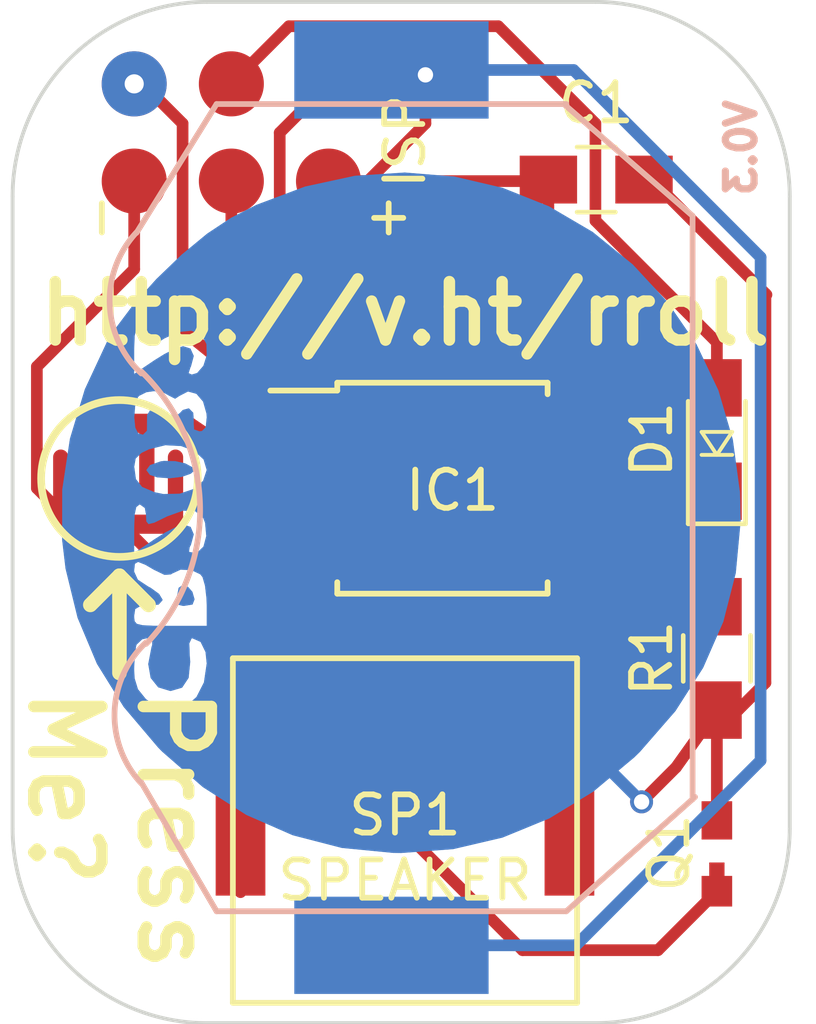
<source format=kicad_pcb>
(kicad_pcb (version 4) (host pcbnew 4.0.7)

  (general
    (links 21)
    (no_connects 2)
    (area 206.578999 86.817999 226.999001 113.588001)
    (thickness 1.6)
    (drawings 16)
    (tracks 82)
    (zones 0)
    (modules 10)
    (nets 10)
  )

  (page USLetter)
  (layers
    (0 F.Cu signal)
    (31 B.Cu signal)
    (32 B.Adhes user)
    (33 F.Adhes user)
    (34 B.Paste user)
    (35 F.Paste user)
    (36 B.SilkS user)
    (37 F.SilkS user)
    (38 B.Mask user)
    (39 F.Mask user)
    (40 Dwgs.User user)
    (41 Cmts.User user)
    (42 Eco1.User user)
    (43 Eco2.User user)
    (44 Edge.Cuts user)
    (45 Margin user)
    (46 B.CrtYd user)
    (47 F.CrtYd user)
    (48 B.Fab user)
    (49 F.Fab user)
  )

  (setup
    (last_trace_width 0.3048)
    (user_trace_width 0.254)
    (user_trace_width 0.3048)
    (user_trace_width 0.4064)
    (user_trace_width 0.6096)
    (trace_clearance 0.2)
    (zone_clearance 0.508)
    (zone_45_only no)
    (trace_min 0.2)
    (segment_width 0.381)
    (edge_width 0.1)
    (via_size 0.6)
    (via_drill 0.4)
    (via_min_size 0.4)
    (via_min_drill 0.3)
    (uvia_size 0.3)
    (uvia_drill 0.1)
    (uvias_allowed no)
    (uvia_min_size 0.2)
    (uvia_min_drill 0.1)
    (pcb_text_width 0.3)
    (pcb_text_size 1.27 1.27)
    (mod_edge_width 0.15)
    (mod_text_size 1.016 1.016)
    (mod_text_width 0.127)
    (pad_size 1.7 1.7)
    (pad_drill 0.5)
    (pad_to_mask_clearance 0)
    (aux_axis_origin 111.76 109.855)
    (grid_origin 0.889 0.508)
    (visible_elements 7FFFFBFF)
    (pcbplotparams
      (layerselection 0x010f0_80000001)
      (usegerberextensions true)
      (excludeedgelayer true)
      (linewidth 0.100000)
      (plotframeref false)
      (viasonmask false)
      (mode 1)
      (useauxorigin false)
      (hpglpennumber 1)
      (hpglpenspeed 20)
      (hpglpendiameter 15)
      (hpglpenoverlay 2)
      (psnegative false)
      (psa4output false)
      (plotreference true)
      (plotvalue true)
      (plotinvisibletext false)
      (padsonsilk false)
      (subtractmaskfromsilk false)
      (outputformat 1)
      (mirror false)
      (drillshape 0)
      (scaleselection 1)
      (outputdirectory gerbers/))
  )

  (net 0 "")
  (net 1 GND)
  (net 2 +BATT)
  (net 3 "Net-(IC1-Pad2)")
  (net 4 "Net-(CON1-Pad5)")
  (net 5 "Net-(CON1-Pad4)")
  (net 6 "Net-(CON1-Pad1)")
  (net 7 "Net-(CON1-Pad3)")
  (net 8 "Net-(D1-Pad1)")
  (net 9 "Net-(IC1-Pad3)")

  (net_class Default "This is the default net class."
    (clearance 0.2)
    (trace_width 0.25)
    (via_dia 0.6)
    (via_drill 0.4)
    (uvia_dia 0.3)
    (uvia_drill 0.1)
    (add_net +BATT)
    (add_net GND)
    (add_net "Net-(CON1-Pad1)")
    (add_net "Net-(CON1-Pad3)")
    (add_net "Net-(CON1-Pad4)")
    (add_net "Net-(CON1-Pad5)")
    (add_net "Net-(D1-Pad1)")
    (add_net "Net-(IC1-Pad2)")
    (add_net "Net-(IC1-Pad3)")
  )

  (module myFootPrints:SW_SMD_TOUCH (layer F.Cu) (tedit 5A9F829B) (tstamp 5A94E024)
    (at 209.389 98.508 180)
    (path /5A7D01B3)
    (fp_text reference J1 (at 0.127 4.572 180) (layer F.SilkS) hide
      (effects (font (size 1.016 1.016) (thickness 0.2032)))
    )
    (fp_text value JMP (at 0.254 -4.572 180) (layer F.SilkS) hide
      (effects (font (size 1.016 1.016) (thickness 0.254)))
    )
    (fp_line (start -0.75 -1.25) (end -0.75 0.5) (layer F.Cu) (width 0.4))
    (fp_line (start 1.5 -2) (end 1.5 -0.25) (layer F.Cu) (width 0.4))
    (fp_line (start 0.75 0.5) (end 0.75 -1.25) (layer F.Cu) (width 0.4))
    (fp_line (start 0 -2) (end 0 -0.25) (layer F.Cu) (width 0.4))
    (fp_line (start -1.5 -2) (end -1.5 -0.25) (layer F.Cu) (width 0.4))
    (pad 1 smd rect (at 0 -2 180) (size 3 0.5) (layers F.Cu F.Paste F.Mask)
      (net 1 GND))
    (pad 2 smd rect (at 0 0.635 180) (size 1.8 0.5) (layers F.Cu F.Paste F.Mask)
      (net 3 "Net-(IC1-Pad2)"))
    (pad 3 smd circle (at 0 -0.75 180) (size 3.5 3.5) (layers F.Paste F.Mask))
  )

  (module Opto-Devices:PhotoDiode_SMD-DIL2_4.5x4 (layer F.Cu) (tedit 5A9E0CC7) (tstamp 5A9E0C7B)
    (at 225.044 109.093 90)
    (descr "PhotoDiode, plastic SMD DIL, 4.5x4mm²")
    (tags "PhotoDiode plastic SMD DIL")
    (path /553F0F1B)
    (attr smd)
    (fp_text reference Q1 (at 0 -1.25 90) (layer F.SilkS)
      (effects (font (size 1 1) (thickness 0.15)))
    )
    (fp_text value LIGHT (at 0 1 90) (layer F.Fab)
      (effects (font (size 1 1) (thickness 0.15)))
    )
    (pad 2 smd rect (at 0.85 0 270) (size 1 0.8) (layers F.Cu F.Paste F.Mask)
      (net 1 GND))
    (pad 1 smd rect (at -1 0 270) (size 0.8 0.8) (layers F.Cu F.Paste F.Mask)
      (net 9 "Net-(IC1-Pad3)"))
    (pad 1 smd rect (at -0.45 0 270) (size 0.4 0.4) (layers F.Cu F.Paste F.Mask)
      (net 9 "Net-(IC1-Pad3)"))
  )

  (module LEDs:LED_0805_HandSoldering (layer F.Cu) (tedit 5A9E0B35) (tstamp 5A94E010)
    (at 225.044 98.298 90)
    (descr "Resistor SMD 0805, hand soldering")
    (tags "resistor 0805")
    (path /561BE7BF)
    (attr smd)
    (fp_text reference D1 (at 0 -1.7 90) (layer F.SilkS)
      (effects (font (size 1 1) (thickness 0.15)))
    )
    (fp_text value LED (at 0 1.75 90) (layer F.Fab)
      (effects (font (size 1 1) (thickness 0.15)))
    )
    (fp_line (start -0.4 -0.4) (end -0.4 0.4) (layer F.SilkS) (width 0.1))
    (fp_line (start -0.4 0) (end 0.2 -0.4) (layer F.SilkS) (width 0.1))
    (fp_line (start 0.2 0.4) (end -0.4 0) (layer F.SilkS) (width 0.1))
    (fp_line (start 0.2 -0.4) (end 0.2 0.4) (layer F.SilkS) (width 0.1))
    (fp_line (start -1 0.62) (end -1 -0.62) (layer F.Fab) (width 0.1))
    (fp_line (start 1 0.62) (end -1 0.62) (layer F.Fab) (width 0.1))
    (fp_line (start 1 -0.62) (end 1 0.62) (layer F.Fab) (width 0.1))
    (fp_line (start -1 -0.62) (end 1 -0.62) (layer F.Fab) (width 0.1))
    (fp_line (start 1 0.75) (end -2.2 0.75) (layer F.SilkS) (width 0.12))
    (fp_line (start -2.2 -0.75) (end 1 -0.75) (layer F.SilkS) (width 0.12))
    (fp_line (start -2.35 -0.9) (end 2.35 -0.9) (layer F.CrtYd) (width 0.05))
    (fp_line (start -2.35 -0.9) (end -2.35 0.9) (layer F.CrtYd) (width 0.05))
    (fp_line (start 2.35 0.9) (end 2.35 -0.9) (layer F.CrtYd) (width 0.05))
    (fp_line (start 2.35 0.9) (end -2.35 0.9) (layer F.CrtYd) (width 0.05))
    (fp_line (start -2.2 -0.75) (end -2.2 0.75) (layer F.SilkS) (width 0.12))
    (pad 1 smd rect (at -1.35 0 90) (size 1.5 1.3) (layers F.Cu F.Paste F.Mask)
      (net 8 "Net-(D1-Pad1)"))
    (pad 2 smd rect (at 1.35 0 90) (size 1.5 1.3) (layers F.Cu F.Paste F.Mask)
      (net 7 "Net-(CON1-Pad3)"))
    (model ${KISYS3DMOD}/LEDs.3dshapes/LED_0805.wrl
      (at (xyz 0 0 0))
      (scale (xyz 1 1 1))
      (rotate (xyz 0 0 0))
    )
  )

  (module footprints:Pin_Header_Straight_2x03_Pitch2.54mm (layer F.Cu) (tedit 5A9E09B6) (tstamp 5A7BED43)
    (at 214.889 89.008 270)
    (descr "Through hole straight pin header, 2x03, 2.54mm pitch, double rows")
    (tags "Through hole pin header THT 2x03 2.54mm double row")
    (path /561A9A26)
    (fp_text reference CON1 (at 1.2 2.5 360) (layer F.SilkS) hide
      (effects (font (size 1 1) (thickness 0.15)))
    )
    (fp_text value ISP (at 1.5 -2 270) (layer F.SilkS)
      (effects (font (size 1 1) (thickness 0.15)))
    )
    (fp_text user - (at 3.5 6 270) (layer F.SilkS)
      (effects (font (size 1 1) (thickness 0.15)))
    )
    (fp_text user + (at 3.5 -1.5 270) (layer F.SilkS)
      (effects (font (size 1 1) (thickness 0.15)))
    )
    (fp_line (start 0 -1.27) (end 3.81 -1.27) (layer F.Fab) (width 0.1))
    (fp_line (start 3.81 -1.27) (end 3.81 6.35) (layer F.Fab) (width 0.1))
    (fp_line (start 3.81 6.35) (end -1.27 6.35) (layer F.Fab) (width 0.1))
    (fp_line (start -1.27 6.35) (end -1.27 0) (layer F.Fab) (width 0.1))
    (fp_line (start -1.27 0) (end 0 -1.27) (layer F.Fab) (width 0.1))
    (fp_line (start -1.8 -1.8) (end -1.8 6.85) (layer F.CrtYd) (width 0.05))
    (fp_line (start -1.8 6.85) (end 4.35 6.85) (layer F.CrtYd) (width 0.05))
    (fp_line (start 4.35 6.85) (end 4.35 -1.8) (layer F.CrtYd) (width 0.05))
    (fp_line (start 4.35 -1.8) (end -1.8 -1.8) (layer F.CrtYd) (width 0.05))
    (fp_text user %R (at 1.27 2.54 360) (layer F.Fab)
      (effects (font (size 1 1) (thickness 0.15)))
    )
    (pad 1 smd circle (at 0 0 270) (size 1.7 1.7) (layers F.Cu F.Paste F.Mask)
      (net 6 "Net-(CON1-Pad1)"))
    (pad 2 smd oval (at 2.54 0 270) (size 1.7 1.7) (layers F.Cu F.Paste F.Mask)
      (net 2 +BATT))
    (pad 3 smd oval (at 0 2.54 270) (size 1.7 1.7) (layers F.Cu F.Paste F.Mask)
      (net 7 "Net-(CON1-Pad3)"))
    (pad 4 smd oval (at 2.54 2.54 270) (size 1.7 1.7) (layers F.Cu F.Paste F.Mask)
      (net 5 "Net-(CON1-Pad4)"))
    (pad 5 thru_hole oval (at 0 5.08 270) (size 1.7 1.7) (drill 0.5) (layers *.Cu F.Mask)
      (net 4 "Net-(CON1-Pad5)"))
    (pad 6 smd oval (at 2.54 5.08 270) (size 1.7 1.7) (layers F.Cu F.Paste F.Mask)
      (net 1 GND))
  )

  (module myFootPrints:CR2032 (layer B.Cu) (tedit 5A7D35AF) (tstamp 5A7D316B)
    (at 216.789 100.203 90)
    (fp_text reference G*** (at 0 0 90) (layer B.SilkS) hide
      (effects (font (thickness 0.3)) (justify mirror))
    )
    (fp_text value LOGO (at 0.75 0 90) (layer B.SilkS) hide
      (effects (font (thickness 0.3)) (justify mirror))
    )
    (fp_poly (pts (xy 0.529166 8.85382) (xy 1.902863 8.668668) (xy 3.189751 8.290481) (xy 4.389287 7.719517)
      (xy 5.500925 6.956031) (xy 6.475379 6.052302) (xy 7.325326 5.003216) (xy 7.992626 3.863128)
      (xy 8.474981 2.651835) (xy 8.770094 1.389133) (xy 8.875666 0.094819) (xy 8.789403 -1.21131)
      (xy 8.509005 -2.509456) (xy 8.032176 -3.779824) (xy 7.693492 -4.445) (xy 7.280236 -5.06961)
      (xy 6.729544 -5.738337) (xy 6.092852 -6.399745) (xy 5.421595 -7.002396) (xy 4.76721 -7.494857)
      (xy 4.445 -7.693492) (xy 3.216806 -8.266893) (xy 1.926009 -8.656477) (xy 0.604921 -8.856352)
      (xy -0.714143 -8.860622) (xy -1.46432 -8.771353) (xy -2.748351 -8.456619) (xy -3.949489 -7.951323)
      (xy -5.075532 -7.25134) (xy -6.134279 -6.352546) (xy -6.244167 -6.244166) (xy -6.475204 -5.978728)
      (xy -5.175279 -5.978728) (xy -5.107571 -6.345006) (xy -4.876475 -6.675641) (xy -4.614935 -6.886051)
      (xy -4.32907 -6.973364) (xy -4.091381 -6.985) (xy -3.761701 -6.971203) (xy -3.504265 -6.936604)
      (xy -3.44824 -6.92076) (xy -3.308629 -6.773847) (xy -3.280834 -6.649045) (xy -3.316879 -6.504657)
      (xy -3.463358 -6.506603) (xy -3.518959 -6.524675) (xy -3.958635 -6.609239) (xy -4.317933 -6.546262)
      (xy -4.562129 -6.35105) (xy -4.656499 -6.038904) (xy -4.656667 -6.023264) (xy -4.570976 -5.729661)
      (xy -4.316968 -5.560607) (xy -3.899244 -5.518577) (xy -3.741587 -5.531232) (xy -3.41795 -5.542901)
      (xy -3.285239 -5.481924) (xy -3.280834 -5.458583) (xy -3.376041 -5.242161) (xy -3.642846 -5.111708)
      (xy -3.942256 -5.08) (xy -2.963334 -5.08) (xy -2.963334 -6.0325) (xy -2.961227 -6.483396)
      (xy -2.947364 -6.763358) (xy -2.91043 -6.913117) (xy -2.839111 -6.973405) (xy -2.722092 -6.984953)
      (xy -2.69875 -6.985) (xy -2.519824 -6.957324) (xy -2.446574 -6.832785) (xy -2.434167 -6.614583)
      (xy -2.400378 -6.341818) (xy -2.291588 -6.245154) (xy -2.273705 -6.244166) (xy -2.128686 -6.331673)
      (xy -1.970651 -6.548573) (xy -1.936603 -6.614583) (xy -1.757234 -6.887506) (xy -1.548427 -6.983668)
      (xy -1.514982 -6.985) (xy -1.063957 -6.985) (xy -0.426146 -6.985) (xy -0.056506 -6.972903)
      (xy 0.14235 -6.93) (xy 0.210271 -6.846373) (xy 0.211666 -6.82625) (xy 0.119665 -6.698571)
      (xy -0.052917 -6.6675) (xy -0.229629 -6.659108) (xy -0.297803 -6.603873) (xy -0.261116 -6.456703)
      (xy -0.142639 -6.212476) (xy 0.477678 -6.212476) (xy 0.525814 -6.448392) (xy 0.66459 -6.776342)
      (xy 0.872447 -6.93924) (xy 1.196025 -6.983379) (xy 1.411645 -6.945626) (xy 1.559933 -6.792837)
      (xy 1.581063 -6.749003) (xy 2.027688 -6.749003) (xy 2.06375 -6.879166) (xy 2.214553 -6.955707)
      (xy 2.480732 -6.982151) (xy 2.772488 -6.96043) (xy 3.000026 -6.892475) (xy 3.048 -6.858)
      (xy 3.145794 -6.660098) (xy 3.175 -6.455833) (xy 3.128797 -6.197741) (xy 3.048 -6.053666)
      (xy 2.975493 -5.909649) (xy 3.048 -5.799666) (xy 3.164186 -5.573416) (xy 3.13732 -5.475306)
      (xy 3.598333 -5.475306) (xy 3.638892 -5.562149) (xy 3.792566 -5.512406) (xy 3.818269 -5.498907)
      (xy 4.088777 -5.426417) (xy 4.278294 -5.511678) (xy 4.339166 -5.701043) (xy 4.282309 -5.894964)
      (xy 4.134966 -6.188075) (xy 3.975906 -6.445198) (xy 3.612647 -6.985) (xy 4.24049 -6.985)
      (xy 4.606846 -6.97256) (xy 4.802523 -6.928518) (xy 4.867413 -6.842786) (xy 4.868333 -6.82625)
      (xy 4.776332 -6.698571) (xy 4.60375 -6.6675) (xy 4.40812 -6.64607) (xy 4.355891 -6.556556)
      (xy 4.44286 -6.361119) (xy 4.550833 -6.19125) (xy 4.717492 -5.829442) (xy 4.752629 -5.484523)
      (xy 4.650518 -5.223068) (xy 4.635499 -5.206999) (xy 4.399589 -5.086128) (xy 4.107433 -5.078958)
      (xy 3.830691 -5.166954) (xy 3.64102 -5.331577) (xy 3.598333 -5.475306) (xy 3.13732 -5.475306)
      (xy 3.103544 -5.351965) (xy 2.897911 -5.175618) (xy 2.579125 -5.084681) (xy 2.479523 -5.08)
      (xy 2.224608 -5.106651) (xy 2.124817 -5.205403) (xy 2.116666 -5.27699) (xy 2.166606 -5.419176)
      (xy 2.349542 -5.429298) (xy 2.368844 -5.425774) (xy 2.60296 -5.439404) (xy 2.717374 -5.551861)
      (xy 2.674298 -5.70913) (xy 2.609085 -5.769181) (xy 2.449488 -5.961509) (xy 2.49754 -6.141002)
      (xy 2.609267 -6.225806) (xy 2.738823 -6.376379) (xy 2.706165 -6.535463) (xy 2.547586 -6.638091)
      (xy 2.377407 -6.640862) (xy 2.132137 -6.643492) (xy 2.027688 -6.749003) (xy 1.581063 -6.749003)
      (xy 1.656188 -6.59316) (xy 1.76144 -6.166758) (xy 1.740146 -5.754071) (xy 1.609668 -5.403309)
      (xy 1.387367 -5.162685) (xy 1.11125 -5.08) (xy 0.824949 -5.174719) (xy 0.610264 -5.426957)
      (xy 0.48768 -5.788835) (xy 0.477678 -6.212476) (xy -0.142639 -6.212476) (xy -0.123248 -6.172506)
      (xy -0.097435 -6.121869) (xy 0.052257 -5.70575) (xy 0.038469 -5.38306) (xy -0.135298 -5.17451)
      (xy -0.266196 -5.123055) (xy -0.61414 -5.091501) (xy -0.892669 -5.166099) (xy -1.045177 -5.326829)
      (xy -1.058334 -5.403239) (xy -1.031735 -5.549179) (xy -0.91293 -5.536367) (xy -0.838397 -5.498907)
      (xy -0.570438 -5.426829) (xy -0.379485 -5.50678) (xy -0.3175 -5.686632) (xy -0.374158 -5.871061)
      (xy -0.521387 -6.158521) (xy -0.690729 -6.430787) (xy -1.063957 -6.985) (xy -1.514982 -6.985)
      (xy -1.336362 -6.964922) (xy -1.285966 -6.878521) (xy -1.361827 -6.686545) (xy -1.4891 -6.468162)
      (xy -1.624568 -6.18825) (xy -1.613142 -6.019805) (xy -1.594538 -5.997203) (xy -1.48965 -5.769405)
      (xy -1.498973 -5.486214) (xy -1.610833 -5.250286) (xy -1.686376 -5.189556) (xy -1.910482 -5.125032)
      (xy -2.246813 -5.085665) (xy -2.42721 -5.08) (xy -2.963334 -5.08) (xy -3.942256 -5.08)
      (xy -4.436955 -5.152881) (xy -4.820403 -5.349244) (xy -5.073034 -5.635667) (xy -5.175279 -5.978728)
      (xy -6.475204 -5.978728) (xy -7.167243 -5.183646) (xy -7.894615 -4.04542) (xy -8.424655 -2.833331)
      (xy -8.755735 -1.551224) (xy -8.886228 -0.202944) (xy -8.888402 0) (xy -8.787446 1.357657)
      (xy -8.485663 2.649703) (xy -7.984683 3.872294) (xy -7.286131 5.021587) (xy -6.391638 6.093737)
      (xy -6.244167 6.244167) (xy -5.184393 7.16806) (xy -4.052135 7.893562) (xy -2.849561 8.419839)
      (xy -1.578839 8.746055) (xy -0.242137 8.871374) (xy 0.529166 8.85382)) (layer B.Cu) (width 0.01))
    (fp_poly (pts (xy -2.072406 -5.461739) (xy -1.944793 -5.57438) (xy -1.905203 -5.723596) (xy -1.971712 -5.816965)
      (xy -2.002178 -5.820833) (xy -2.17954 -5.855743) (xy -2.266761 -5.885072) (xy -2.392527 -5.881477)
      (xy -2.433633 -5.712048) (xy -2.434167 -5.673406) (xy -2.399641 -5.457224) (xy -2.267177 -5.405672)
      (xy -2.072406 -5.461739)) (layer B.Cu) (width 0.01))
    (fp_poly (pts (xy 1.182838 -5.467806) (xy 1.278343 -5.643354) (xy 1.338216 -5.908497) (xy 1.343637 -6.202206)
      (xy 1.331418 -6.288984) (xy 1.235698 -6.56246) (xy 1.108309 -6.657847) (xy 0.986364 -6.567225)
      (xy 0.921591 -6.376458) (xy 0.898484 -6.057888) (xy 0.934589 -5.738679) (xy 1.016466 -5.503088)
      (xy 1.070519 -5.442884) (xy 1.182838 -5.467806)) (layer B.Cu) (width 0.01))
    (fp_poly (pts (xy 0.529166 8.85382) (xy 1.902863 8.668668) (xy 3.189751 8.290481) (xy 4.389287 7.719517)
      (xy 5.500925 6.956031) (xy 6.475379 6.052302) (xy 7.325326 5.003216) (xy 7.992626 3.863128)
      (xy 8.474981 2.651835) (xy 8.770094 1.389133) (xy 8.875666 0.094819) (xy 8.789403 -1.21131)
      (xy 8.509005 -2.509456) (xy 8.032176 -3.779824) (xy 7.693492 -4.445) (xy 7.280236 -5.06961)
      (xy 6.729544 -5.738337) (xy 6.092852 -6.399745) (xy 5.421595 -7.002396) (xy 4.76721 -7.494857)
      (xy 4.445 -7.693492) (xy 3.216806 -8.266893) (xy 1.926009 -8.656477) (xy 0.604921 -8.856352)
      (xy -0.714143 -8.860622) (xy -1.46432 -8.771353) (xy -2.748351 -8.456619) (xy -3.949489 -7.951323)
      (xy -5.075532 -7.25134) (xy -6.134279 -6.352546) (xy -6.244167 -6.244166) (xy -6.475204 -5.978728)
      (xy -5.175279 -5.978728) (xy -5.107571 -6.345006) (xy -4.876475 -6.675641) (xy -4.614935 -6.886051)
      (xy -4.32907 -6.973364) (xy -4.091381 -6.985) (xy -3.761701 -6.971203) (xy -3.504265 -6.936604)
      (xy -3.44824 -6.92076) (xy -3.308629 -6.773847) (xy -3.280834 -6.649045) (xy -3.316879 -6.504657)
      (xy -3.463358 -6.506603) (xy -3.518959 -6.524675) (xy -3.958635 -6.609239) (xy -4.317933 -6.546262)
      (xy -4.562129 -6.35105) (xy -4.656499 -6.038904) (xy -4.656667 -6.023264) (xy -4.570976 -5.729661)
      (xy -4.316968 -5.560607) (xy -3.899244 -5.518577) (xy -3.741587 -5.531232) (xy -3.41795 -5.542901)
      (xy -3.285239 -5.481924) (xy -3.280834 -5.458583) (xy -3.376041 -5.242161) (xy -3.642846 -5.111708)
      (xy -3.942256 -5.08) (xy -2.963334 -5.08) (xy -2.963334 -6.0325) (xy -2.961227 -6.483396)
      (xy -2.947364 -6.763358) (xy -2.91043 -6.913117) (xy -2.839111 -6.973405) (xy -2.722092 -6.984953)
      (xy -2.69875 -6.985) (xy -2.519824 -6.957324) (xy -2.446574 -6.832785) (xy -2.434167 -6.614583)
      (xy -2.400378 -6.341818) (xy -2.291588 -6.245154) (xy -2.273705 -6.244166) (xy -2.128686 -6.331673)
      (xy -1.970651 -6.548573) (xy -1.936603 -6.614583) (xy -1.757234 -6.887506) (xy -1.548427 -6.983668)
      (xy -1.514982 -6.985) (xy -1.063957 -6.985) (xy -0.426146 -6.985) (xy -0.056506 -6.972903)
      (xy 0.14235 -6.93) (xy 0.210271 -6.846373) (xy 0.211666 -6.82625) (xy 0.119665 -6.698571)
      (xy -0.052917 -6.6675) (xy -0.229629 -6.659108) (xy -0.297803 -6.603873) (xy -0.261116 -6.456703)
      (xy -0.142639 -6.212476) (xy 0.477678 -6.212476) (xy 0.525814 -6.448392) (xy 0.66459 -6.776342)
      (xy 0.872447 -6.93924) (xy 1.196025 -6.983379) (xy 1.411645 -6.945626) (xy 1.559933 -6.792837)
      (xy 1.581063 -6.749003) (xy 2.027688 -6.749003) (xy 2.06375 -6.879166) (xy 2.214553 -6.955707)
      (xy 2.480732 -6.982151) (xy 2.772488 -6.96043) (xy 3.000026 -6.892475) (xy 3.048 -6.858)
      (xy 3.145794 -6.660098) (xy 3.175 -6.455833) (xy 3.128797 -6.197741) (xy 3.048 -6.053666)
      (xy 2.975493 -5.909649) (xy 3.048 -5.799666) (xy 3.164186 -5.573416) (xy 3.13732 -5.475306)
      (xy 3.598333 -5.475306) (xy 3.638892 -5.562149) (xy 3.792566 -5.512406) (xy 3.818269 -5.498907)
      (xy 4.088777 -5.426417) (xy 4.278294 -5.511678) (xy 4.339166 -5.701043) (xy 4.282309 -5.894964)
      (xy 4.134966 -6.188075) (xy 3.975906 -6.445198) (xy 3.612647 -6.985) (xy 4.24049 -6.985)
      (xy 4.606846 -6.97256) (xy 4.802523 -6.928518) (xy 4.867413 -6.842786) (xy 4.868333 -6.82625)
      (xy 4.776332 -6.698571) (xy 4.60375 -6.6675) (xy 4.40812 -6.64607) (xy 4.355891 -6.556556)
      (xy 4.44286 -6.361119) (xy 4.550833 -6.19125) (xy 4.717492 -5.829442) (xy 4.752629 -5.484523)
      (xy 4.650518 -5.223068) (xy 4.635499 -5.206999) (xy 4.399589 -5.086128) (xy 4.107433 -5.078958)
      (xy 3.830691 -5.166954) (xy 3.64102 -5.331577) (xy 3.598333 -5.475306) (xy 3.13732 -5.475306)
      (xy 3.103544 -5.351965) (xy 2.897911 -5.175618) (xy 2.579125 -5.084681) (xy 2.479523 -5.08)
      (xy 2.224608 -5.106651) (xy 2.124817 -5.205403) (xy 2.116666 -5.27699) (xy 2.166606 -5.419176)
      (xy 2.349542 -5.429298) (xy 2.368844 -5.425774) (xy 2.60296 -5.439404) (xy 2.717374 -5.551861)
      (xy 2.674298 -5.70913) (xy 2.609085 -5.769181) (xy 2.449488 -5.961509) (xy 2.49754 -6.141002)
      (xy 2.609267 -6.225806) (xy 2.738823 -6.376379) (xy 2.706165 -6.535463) (xy 2.547586 -6.638091)
      (xy 2.377407 -6.640862) (xy 2.132137 -6.643492) (xy 2.027688 -6.749003) (xy 1.581063 -6.749003)
      (xy 1.656188 -6.59316) (xy 1.76144 -6.166758) (xy 1.740146 -5.754071) (xy 1.609668 -5.403309)
      (xy 1.387367 -5.162685) (xy 1.11125 -5.08) (xy 0.824949 -5.174719) (xy 0.610264 -5.426957)
      (xy 0.48768 -5.788835) (xy 0.477678 -6.212476) (xy -0.142639 -6.212476) (xy -0.123248 -6.172506)
      (xy -0.097435 -6.121869) (xy 0.052257 -5.70575) (xy 0.038469 -5.38306) (xy -0.135298 -5.17451)
      (xy -0.266196 -5.123055) (xy -0.61414 -5.091501) (xy -0.892669 -5.166099) (xy -1.045177 -5.326829)
      (xy -1.058334 -5.403239) (xy -1.031735 -5.549179) (xy -0.91293 -5.536367) (xy -0.838397 -5.498907)
      (xy -0.570438 -5.426829) (xy -0.379485 -5.50678) (xy -0.3175 -5.686632) (xy -0.374158 -5.871061)
      (xy -0.521387 -6.158521) (xy -0.690729 -6.430787) (xy -1.063957 -6.985) (xy -1.514982 -6.985)
      (xy -1.336362 -6.964922) (xy -1.285966 -6.878521) (xy -1.361827 -6.686545) (xy -1.4891 -6.468162)
      (xy -1.624568 -6.18825) (xy -1.613142 -6.019805) (xy -1.594538 -5.997203) (xy -1.48965 -5.769405)
      (xy -1.498973 -5.486214) (xy -1.610833 -5.250286) (xy -1.686376 -5.189556) (xy -1.910482 -5.125032)
      (xy -2.246813 -5.085665) (xy -2.42721 -5.08) (xy -2.963334 -5.08) (xy -3.942256 -5.08)
      (xy -4.436955 -5.152881) (xy -4.820403 -5.349244) (xy -5.073034 -5.635667) (xy -5.175279 -5.978728)
      (xy -6.475204 -5.978728) (xy -7.167243 -5.183646) (xy -7.894615 -4.04542) (xy -8.424655 -2.833331)
      (xy -8.755735 -1.551224) (xy -8.886228 -0.202944) (xy -8.888402 0) (xy -8.787446 1.357657)
      (xy -8.485663 2.649703) (xy -7.984683 3.872294) (xy -7.286131 5.021587) (xy -6.391638 6.093737)
      (xy -6.244167 6.244167) (xy -5.184393 7.16806) (xy -4.052135 7.893562) (xy -2.849561 8.419839)
      (xy -1.578839 8.746055) (xy -0.242137 8.871374) (xy 0.529166 8.85382)) (layer B.Mask) (width 0.01))
    (fp_poly (pts (xy -2.072406 -5.461739) (xy -1.944793 -5.57438) (xy -1.905203 -5.723596) (xy -1.971712 -5.816965)
      (xy -2.002178 -5.820833) (xy -2.17954 -5.855743) (xy -2.266761 -5.885072) (xy -2.392527 -5.881477)
      (xy -2.433633 -5.712048) (xy -2.434167 -5.673406) (xy -2.399641 -5.457224) (xy -2.267177 -5.405672)
      (xy -2.072406 -5.461739)) (layer B.Mask) (width 0.01))
    (fp_poly (pts (xy 1.182838 -5.467806) (xy 1.278343 -5.643354) (xy 1.338216 -5.908497) (xy 1.343637 -6.202206)
      (xy 1.331418 -6.288984) (xy 1.235698 -6.56246) (xy 1.108309 -6.657847) (xy 0.986364 -6.567225)
      (xy 0.921591 -6.376458) (xy 0.898484 -6.057888) (xy 0.934589 -5.738679) (xy 1.016466 -5.503088)
      (xy 1.070519 -5.442884) (xy 1.182838 -5.467806)) (layer B.Mask) (width 0.01))
    (pad 3 smd circle (at 0 0 90) (size 17.78 17.78) (layers B.Paste B.Mask))
  )

  (module footprints:BATT_CR2032_SMD locked (layer B.Cu) (tedit 5A7D2CD7) (tstamp 5A83A7E3)
    (at 216.535 100.076 90)
    (tags battery)
    (path /553F9619)
    (fp_text reference BT1 (at 0 -5.08 90) (layer B.SilkS) hide
      (effects (font (size 1.72974 1.08712) (thickness 0.27178)) (justify mirror))
    )
    (fp_text value Battery (at 0 2.54 90) (layer B.SilkS) hide
      (effects (font (size 1.524 1.016) (thickness 0.254)) (justify mirror))
    )
    (fp_line (start -7.1755 -6.5405) (end -10.541 -4.572) (layer B.SilkS) (width 0.15))
    (fp_line (start 7.1755 -6.6675) (end 10.541 -4.572) (layer B.SilkS) (width 0.15))
    (fp_arc (start -5.4229 -4.6355) (end -3.5179 -6.4135) (angle -90) (layer B.SilkS) (width 0.15))
    (fp_arc (start 5.4102 -4.7625) (end 7.1882 -6.6675) (angle -90) (layer B.SilkS) (width 0.15))
    (fp_arc (start -0.0635 -10.033) (end -3.556 -6.4135) (angle -90) (layer B.SilkS) (width 0.15))
    (fp_line (start 7.62 7.874) (end 10.541 4.5085) (layer B.SilkS) (width 0.15))
    (fp_line (start -10.541 4.572) (end -7.5565 7.9375) (layer B.SilkS) (width 0.15))
    (fp_line (start -7.62 7.874) (end 7.62 7.874) (layer B.SilkS) (width 0.15))
    (fp_line (start -10.541 -4.572) (end -10.541 4.572) (layer B.SilkS) (width 0.15))
    (fp_line (start 10.541 -4.572) (end 10.541 4.572) (layer B.SilkS) (width 0.15))
    (fp_circle (center 0 0) (end -10.16 0) (layer Dwgs.User) (width 0.15))
    (pad 2 smd circle (at 0 0 90) (size 2.54 2.54) (layers B.Cu B.Paste B.Mask)
      (net 1 GND))
    (pad 1 smd rect (at -11.43 0 90) (size 2.54 5.08) (layers B.Cu B.Paste B.Mask)
      (net 2 +BATT))
    (pad 1 smd rect (at 11.43 0 90) (size 2.54 5.08) (layers B.Cu B.Paste B.Mask)
      (net 2 +BATT))
  )

  (module footprints:PS1240_piezo (layer F.Cu) (tedit 5A7D0A37) (tstamp 5A83A82D)
    (at 216.889 108.508)
    (descr "piezo speaker 12 mm")
    (tags "buzzer speaker piezo")
    (path /561A890F)
    (fp_text reference SP1 (at 0 -0.4) (layer F.SilkS)
      (effects (font (size 1 1) (thickness 0.15)))
    )
    (fp_text value SPEAKER (at 0 1.3) (layer F.SilkS)
      (effects (font (size 1 1) (thickness 0.15)))
    )
    (fp_line (start -4.5 -4.5) (end -4.5 4.5) (layer F.SilkS) (width 0.15))
    (fp_line (start -4.5 4.5) (end 4.5 4.5) (layer F.SilkS) (width 0.15))
    (fp_line (start 4.5 4.5) (end 4.5 -4.5) (layer F.SilkS) (width 0.15))
    (fp_line (start 4.5 -4.5) (end -4.5 -4.5) (layer F.SilkS) (width 0.15))
    (pad 1 smd rect (at -4.3 0) (size 1.3 3.4) (layers F.Cu F.Paste F.Mask)
      (net 1 GND))
    (pad 2 smd rect (at 4.3 0) (size 1.3 3.4) (layers F.Cu F.Paste F.Mask)
      (net 5 "Net-(CON1-Pad4)"))
  )

  (module footprints:SOIJ-8_5.3x5.3mm_Pitch1.27mm (layer F.Cu) (tedit 5A94E6CD) (tstamp 5A94DD7A)
    (at 217.8685 99.568)
    (descr "8-Lead Plastic Small Outline (SM) - Medium, 5.28 mm Body [SOIC] (see Microchip Packaging Specification 00000049BS.pdf)")
    (tags "SOIC 1.27")
    (path /553EFD0A)
    (attr smd)
    (fp_text reference IC1 (at 0.265 0.06) (layer F.SilkS)
      (effects (font (size 1 1) (thickness 0.15)))
    )
    (fp_text value ATTINY85 (at 0 3.68) (layer F.Fab)
      (effects (font (size 1 1) (thickness 0.15)))
    )
    (fp_text user %R (at 0 0) (layer F.Fab)
      (effects (font (size 1 1) (thickness 0.15)))
    )
    (fp_line (start -1.65 -2.65) (end 2.65 -2.65) (layer F.Fab) (width 0.15))
    (fp_line (start 2.65 -2.65) (end 2.65 2.65) (layer F.Fab) (width 0.15))
    (fp_line (start 2.65 2.65) (end -2.65 2.65) (layer F.Fab) (width 0.15))
    (fp_line (start -2.65 2.65) (end -2.65 -1.65) (layer F.Fab) (width 0.15))
    (fp_line (start -2.65 -1.65) (end -1.65 -2.65) (layer F.Fab) (width 0.15))
    (fp_line (start -4.75 -2.95) (end -4.75 2.95) (layer F.CrtYd) (width 0.05))
    (fp_line (start 4.75 -2.95) (end 4.75 2.95) (layer F.CrtYd) (width 0.05))
    (fp_line (start -4.75 -2.95) (end 4.75 -2.95) (layer F.CrtYd) (width 0.05))
    (fp_line (start -4.75 2.95) (end 4.75 2.95) (layer F.CrtYd) (width 0.05))
    (fp_line (start -2.75 -2.755) (end -2.75 -2.55) (layer F.SilkS) (width 0.15))
    (fp_line (start 2.75 -2.755) (end 2.75 -2.455) (layer F.SilkS) (width 0.15))
    (fp_line (start 2.75 2.755) (end 2.75 2.455) (layer F.SilkS) (width 0.15))
    (fp_line (start -2.75 2.755) (end -2.75 2.455) (layer F.SilkS) (width 0.15))
    (fp_line (start -2.75 -2.755) (end 2.75 -2.755) (layer F.SilkS) (width 0.15))
    (fp_line (start -2.75 2.755) (end 2.75 2.755) (layer F.SilkS) (width 0.15))
    (fp_line (start -2.75 -2.55) (end -4.5 -2.55) (layer F.SilkS) (width 0.15))
    (pad 1 smd rect (at -3.65 -1.905) (size 1.7 0.65) (layers F.Cu F.Paste F.Mask)
      (net 4 "Net-(CON1-Pad5)"))
    (pad 2 smd rect (at -3.65 -0.635) (size 1.7 0.65) (layers F.Cu F.Paste F.Mask)
      (net 3 "Net-(IC1-Pad2)"))
    (pad 3 smd rect (at -3.65 0.635) (size 1.7 0.65) (layers F.Cu F.Paste F.Mask)
      (net 9 "Net-(IC1-Pad3)"))
    (pad 4 smd rect (at -3.65 1.905) (size 1.7 0.65) (layers F.Cu F.Paste F.Mask)
      (net 1 GND))
    (pad 5 smd rect (at 3.65 1.905) (size 1.7 0.65) (layers F.Cu F.Paste F.Mask)
      (net 5 "Net-(CON1-Pad4)"))
    (pad 6 smd rect (at 3.65 0.635) (size 1.7 0.65) (layers F.Cu F.Paste F.Mask)
      (net 6 "Net-(CON1-Pad1)"))
    (pad 7 smd rect (at 3.65 -0.635) (size 1.7 0.65) (layers F.Cu F.Paste F.Mask)
      (net 7 "Net-(CON1-Pad3)"))
    (pad 8 smd rect (at 3.65 -1.905) (size 1.7 0.65) (layers F.Cu F.Paste F.Mask)
      (net 2 +BATT))
    (model ${KISYS3DMOD}/Housings_SOIC.3dshapes/SOIJ-8_5.3x5.3mm_Pitch1.27mm.wrl
      (at (xyz 0 0 0))
      (scale (xyz 1 1 1))
      (rotate (xyz 0 0 0))
    )
  )

  (module Resistors_SMD:R_0805_HandSoldering (layer F.Cu) (tedit 58E0A804) (tstamp 5A94E034)
    (at 225.044 104.013 90)
    (descr "Resistor SMD 0805, hand soldering")
    (tags "resistor 0805")
    (path /561BE85C)
    (attr smd)
    (fp_text reference R1 (at 0 -1.7 90) (layer F.SilkS)
      (effects (font (size 1 1) (thickness 0.15)))
    )
    (fp_text value 330 (at 0 1.75 90) (layer F.Fab)
      (effects (font (size 1 1) (thickness 0.15)))
    )
    (fp_text user %R (at 0 0 90) (layer F.Fab)
      (effects (font (size 0.5 0.5) (thickness 0.075)))
    )
    (fp_line (start -1 0.62) (end -1 -0.62) (layer F.Fab) (width 0.1))
    (fp_line (start 1 0.62) (end -1 0.62) (layer F.Fab) (width 0.1))
    (fp_line (start 1 -0.62) (end 1 0.62) (layer F.Fab) (width 0.1))
    (fp_line (start -1 -0.62) (end 1 -0.62) (layer F.Fab) (width 0.1))
    (fp_line (start 0.6 0.88) (end -0.6 0.88) (layer F.SilkS) (width 0.12))
    (fp_line (start -0.6 -0.88) (end 0.6 -0.88) (layer F.SilkS) (width 0.12))
    (fp_line (start -2.35 -0.9) (end 2.35 -0.9) (layer F.CrtYd) (width 0.05))
    (fp_line (start -2.35 -0.9) (end -2.35 0.9) (layer F.CrtYd) (width 0.05))
    (fp_line (start 2.35 0.9) (end 2.35 -0.9) (layer F.CrtYd) (width 0.05))
    (fp_line (start 2.35 0.9) (end -2.35 0.9) (layer F.CrtYd) (width 0.05))
    (pad 1 smd rect (at -1.35 0 90) (size 1.5 1.3) (layers F.Cu F.Paste F.Mask)
      (net 1 GND))
    (pad 2 smd rect (at 1.35 0 90) (size 1.5 1.3) (layers F.Cu F.Paste F.Mask)
      (net 8 "Net-(D1-Pad1)"))
    (model ${KISYS3DMOD}/Resistors_SMD.3dshapes/R_0805.wrl
      (at (xyz 0 0 0))
      (scale (xyz 1 1 1))
      (rotate (xyz 0 0 0))
    )
  )

  (module Capacitors_SMD:C_0805_HandSoldering (layer F.Cu) (tedit 5A9E0520) (tstamp 5A94E000)
    (at 221.889 91.508 180)
    (descr "Capacitor SMD 0805, hand soldering")
    (tags "capacitor 0805")
    (path /553FDF53)
    (attr smd)
    (fp_text reference C1 (at 0 2 180) (layer F.SilkS)
      (effects (font (size 1 1) (thickness 0.15)))
    )
    (fp_text value "0.1 uF" (at 0 1.75 180) (layer F.Fab)
      (effects (font (size 1 1) (thickness 0.15)))
    )
    (fp_text user %R (at 0 2 180) (layer F.Fab)
      (effects (font (size 1 1) (thickness 0.15)))
    )
    (fp_line (start -1 0.62) (end -1 -0.62) (layer F.Fab) (width 0.1))
    (fp_line (start 1 0.62) (end -1 0.62) (layer F.Fab) (width 0.1))
    (fp_line (start 1 -0.62) (end 1 0.62) (layer F.Fab) (width 0.1))
    (fp_line (start -1 -0.62) (end 1 -0.62) (layer F.Fab) (width 0.1))
    (fp_line (start 0.5 -0.85) (end -0.5 -0.85) (layer F.SilkS) (width 0.12))
    (fp_line (start -0.5 0.85) (end 0.5 0.85) (layer F.SilkS) (width 0.12))
    (fp_line (start -2.25 -0.88) (end 2.25 -0.88) (layer F.CrtYd) (width 0.05))
    (fp_line (start -2.25 -0.88) (end -2.25 0.87) (layer F.CrtYd) (width 0.05))
    (fp_line (start 2.25 0.87) (end 2.25 -0.88) (layer F.CrtYd) (width 0.05))
    (fp_line (start 2.25 0.87) (end -2.25 0.87) (layer F.CrtYd) (width 0.05))
    (pad 1 smd rect (at -1.25 0 180) (size 1.5 1.25) (layers F.Cu F.Paste F.Mask)
      (net 1 GND))
    (pad 2 smd rect (at 1.25 0 180) (size 1.5 1.25) (layers F.Cu F.Paste F.Mask)
      (net 2 +BATT))
    (model Capacitors_SMD.3dshapes/C_0805.wrl
      (at (xyz 0 0 0))
      (scale (xyz 1 1 1))
      (rotate (xyz 0 0 0))
    )
  )

  (gr_line (start 209.423 101.854) (end 209.423 104.394) (angle 90) (layer F.SilkS) (width 0.381))
  (gr_line (start 210.185 102.616) (end 209.423 101.854) (angle 90) (layer F.SilkS) (width 0.381))
  (gr_line (start 208.661 102.616) (end 209.423 101.854) (angle 90) (layer F.SilkS) (width 0.381))
  (gr_line (start 209.423 101.854) (end 208.661 102.616) (angle 90) (layer F.SilkS) (width 0.254))
  (gr_text "Press\nMe?" (at 209.423 104.648 270) (layer F.SilkS)
    (effects (font (size 1.778 1.778) (thickness 0.3)) (justify left))
  )
  (gr_circle (center 209.423 99.314) (end 209.169 97.282) (layer F.SilkS) (width 0.2))
  (gr_text V0.3 (at 225.679 90.678 90) (layer B.SilkS)
    (effects (font (size 0.75 0.75) (thickness 0.1875)) (justify mirror))
  )
  (gr_text http://v.ht/rroll (at 216.889 95.008) (layer F.SilkS)
    (effects (font (thickness 0.3)))
  )
  (gr_line (start 211.709 113.538) (end 221.869 113.538) (angle 90) (layer Edge.Cuts) (width 0.1))
  (gr_line (start 206.629 91.948) (end 206.629 108.458) (angle 90) (layer Edge.Cuts) (width 0.1))
  (gr_line (start 221.869 86.868) (end 211.709 86.868) (angle 90) (layer Edge.Cuts) (width 0.1))
  (gr_line (start 226.949 108.458) (end 226.949 91.948) (angle 90) (layer Edge.Cuts) (width 0.1))
  (gr_arc (start 211.709 91.948) (end 206.629 91.948) (angle 90) (layer Edge.Cuts) (width 0.1))
  (gr_arc (start 221.869 91.948) (end 221.869 86.868) (angle 90) (layer Edge.Cuts) (width 0.1))
  (gr_arc (start 211.709 108.458) (end 211.709 113.538) (angle 90) (layer Edge.Cuts) (width 0.1))
  (gr_arc (start 221.869 108.458) (end 226.949 108.458) (angle 90) (layer Edge.Cuts) (width 0.1))

  (segment (start 209.389 100.508) (end 209.474 100.508) (width 0.3048) (layer F.Cu) (net 1))
  (segment (start 209.474 100.508) (end 210.439 101.473) (width 0.3048) (layer F.Cu) (net 1) (tstamp 5ABDAE22))
  (segment (start 210.439 101.473) (end 214.2185 101.473) (width 0.3048) (layer F.Cu) (net 1) (tstamp 5ABDAE25))
  (segment (start 225.044 105.363) (end 225.044 108.243) (width 0.3048) (layer F.Cu) (net 1))
  (segment (start 226.314 94.488) (end 226.314 104.648) (width 0.3048) (layer F.Cu) (net 1))
  (segment (start 226.314 104.648) (end 225.599 105.363) (width 0.3048) (layer F.Cu) (net 1) (tstamp 5ABDADAC))
  (segment (start 225.599 105.363) (end 225.044 105.363) (width 0.3048) (layer F.Cu) (net 1) (tstamp 5ABDADAE))
  (segment (start 212.589 110.118) (end 212.589 108.508) (width 0.3048) (layer F.Cu) (net 1) (tstamp 5ABDAC39))
  (segment (start 216.535 100.076) (end 216.535 101.219) (width 0.3048) (layer B.Cu) (net 1))
  (segment (start 216.535 101.219) (end 223.0755 107.7595) (width 0.3048) (layer B.Cu) (net 1) (tstamp 5A9E249D))
  (via (at 223.0755 107.7595) (size 0.6) (drill 0.4) (layers F.Cu B.Cu) (net 1))
  (segment (start 223.0755 107.7595) (end 223.977 106.858) (width 0.3048) (layer F.Cu) (net 1) (tstamp 5A9E249F))
  (segment (start 223.977 106.858) (end 225.044 105.363) (width 0.3048) (layer F.Cu) (net 1) (tstamp 5A9E24A0) (status 20))
  (segment (start 212.589 108.508) (end 212.589 106.6255) (width 0.3048) (layer F.Cu) (net 1))
  (segment (start 213.647 105.5675) (end 213.647 101.473) (width 0.3048) (layer F.Cu) (net 1) (tstamp 5A9E243C))
  (segment (start 212.589 106.6255) (end 213.647 105.5675) (width 0.3048) (layer F.Cu) (net 1) (tstamp 5A9E243B))
  (segment (start 209.389 100.508) (end 208.204 100.508) (width 0.3048) (layer F.Cu) (net 1))
  (segment (start 208.204 100.508) (end 207.264 99.568) (width 0.3048) (layer F.Cu) (net 1) (tstamp 5A9E2348))
  (segment (start 209.809 93.848) (end 209.809 91.548) (width 0.3048) (layer F.Cu) (net 1) (tstamp 5A9E234B))
  (segment (start 207.264 96.393) (end 209.809 93.848) (width 0.3048) (layer F.Cu) (net 1) (tstamp 5A9E234A))
  (segment (start 207.264 99.568) (end 207.264 96.393) (width 0.3048) (layer F.Cu) (net 1) (tstamp 5A9E2349))
  (segment (start 209.809 91.548) (end 209.569 91.548) (width 0.3048) (layer F.Cu) (net 1))
  (segment (start 223.3415 91.5155) (end 223.389 91.758) (width 0.3048) (layer F.Cu) (net 1) (tstamp 5A9E22A6))
  (segment (start 226.3415 94.5155) (end 226.314 94.488) (width 0.3048) (layer F.Cu) (net 1) (tstamp 5A9E22A4))
  (segment (start 226.314 94.488) (end 223.3415 91.5155) (width 0.3048) (layer F.Cu) (net 1) (tstamp 5ABDADAA))
  (segment (start 223.389 91.758) (end 223.139 91.508) (width 0.3048) (layer F.Cu) (net 1) (tstamp 5A9E22A7))
  (segment (start 220.639 91.508) (end 220.639 93.258) (width 0.3048) (layer F.Cu) (net 2))
  (segment (start 221.5185 94.1375) (end 221.5185 97.663) (width 0.3048) (layer F.Cu) (net 2) (tstamp 5ABDAD6D))
  (segment (start 220.639 93.258) (end 221.5185 94.1375) (width 0.3048) (layer F.Cu) (net 2) (tstamp 5ABDAD6A))
  (segment (start 216.535 88.646) (end 221.2975 88.646) (width 0.3048) (layer B.Cu) (net 2))
  (segment (start 221.361 111.506) (end 216.535 111.506) (width 0.3048) (layer B.Cu) (net 2) (tstamp 5A9E2499))
  (segment (start 226.187 106.68) (end 221.361 111.506) (width 0.3048) (layer B.Cu) (net 2) (tstamp 5A9E2497))
  (segment (start 226.187 93.5355) (end 226.187 106.68) (width 0.3048) (layer B.Cu) (net 2) (tstamp 5A9E2495))
  (segment (start 221.2975 88.646) (end 226.187 93.5355) (width 0.3048) (layer B.Cu) (net 2) (tstamp 5A9E2493))
  (segment (start 214.889 91.548) (end 215.919 91.548) (width 0.3048) (layer F.Cu) (net 2))
  (segment (start 217.424 88.773) (end 217.297 88.646) (width 0.3048) (layer B.Cu) (net 2) (tstamp 5A9E23D1))
  (via (at 217.424 88.773) (size 0.6) (drill 0.4) (layers F.Cu B.Cu) (net 2))
  (segment (start 217.424 90.043) (end 217.424 88.773) (width 0.3048) (layer F.Cu) (net 2) (tstamp 5A9E23CE))
  (segment (start 215.919 91.548) (end 217.424 90.043) (width 0.3048) (layer F.Cu) (net 2) (tstamp 5A9E23CD))
  (segment (start 217.297 88.646) (end 216.535 88.646) (width 0.3048) (layer B.Cu) (net 2) (tstamp 5A9E23D2))
  (segment (start 214.889 91.548) (end 220.599 91.548) (width 0.3048) (layer F.Cu) (net 2))
  (segment (start 220.599 91.548) (end 220.639 91.508) (width 0.3048) (layer F.Cu) (net 2) (tstamp 5A9E2328))
  (segment (start 220.539 91.608) (end 220.639 91.508) (width 0.3048) (layer F.Cu) (net 2) (tstamp 5A9E2229))
  (segment (start 213.647 98.933) (end 212.852 98.933) (width 0.3048) (layer F.Cu) (net 3) (status 30))
  (segment (start 212.852 98.933) (end 211.284 97.873) (width 0.3048) (layer F.Cu) (net 3) (tstamp 5A9E237B) (status 10))
  (segment (start 211.284 97.873) (end 209.389 97.873) (width 0.3048) (layer F.Cu) (net 3) (tstamp 5A9E237C))
  (segment (start 209.809 89.008) (end 210.039 89.008) (width 0.3048) (layer F.Cu) (net 4))
  (segment (start 210.039 89.008) (end 211.074 90.043) (width 0.3048) (layer F.Cu) (net 4) (tstamp 5A9E2339))
  (segment (start 211.074 90.043) (end 211.074 95.438) (width 0.3048) (layer F.Cu) (net 4) (tstamp 5A9E233A))
  (segment (start 211.074 95.438) (end 213.747 97.603) (width 0.3048) (layer F.Cu) (net 4) (tstamp 5A9E233B) (status 20))
  (segment (start 221.189 108.508) (end 221.189 101.715) (width 0.3048) (layer F.Cu) (net 5))
  (segment (start 221.189 101.715) (end 220.947 101.473) (width 0.3048) (layer F.Cu) (net 5) (tstamp 5A9E243F))
  (segment (start 221.047 101.413) (end 219.269 101.413) (width 0.3048) (layer F.Cu) (net 5) (status 10))
  (segment (start 212.349 93.223) (end 212.349 91.548) (width 0.3048) (layer F.Cu) (net 5) (tstamp 5A9E231C))
  (segment (start 217.424 98.298) (end 212.349 93.223) (width 0.3048) (layer F.Cu) (net 5) (tstamp 5A9E231A))
  (segment (start 217.424 99.568) (end 217.424 98.298) (width 0.3048) (layer F.Cu) (net 5) (tstamp 5A9E2318))
  (segment (start 219.269 101.413) (end 217.424 99.568) (width 0.3048) (layer F.Cu) (net 5) (tstamp 5A9E2317))
  (segment (start 221.047 100.143) (end 219.269 100.143) (width 0.3048) (layer F.Cu) (net 6) (status 10))
  (segment (start 213.614 90.283) (end 214.889 89.008) (width 0.3048) (layer F.Cu) (net 6) (tstamp 5A9E2313))
  (segment (start 213.614 93.218) (end 213.614 90.283) (width 0.3048) (layer F.Cu) (net 6) (tstamp 5A9E2311))
  (segment (start 218.059 97.663) (end 213.614 93.218) (width 0.3048) (layer F.Cu) (net 6) (tstamp 5A9E230F))
  (segment (start 218.059 98.933) (end 218.059 97.663) (width 0.3048) (layer F.Cu) (net 6) (tstamp 5A9E230E))
  (segment (start 219.269 100.143) (end 218.059 98.933) (width 0.3048) (layer F.Cu) (net 6) (tstamp 5A9E230D))
  (segment (start 221.869 92.583) (end 225.044 95.758) (width 0.3048) (layer F.Cu) (net 7))
  (segment (start 212.349 89.008) (end 213.854 87.503) (width 0.3048) (layer F.Cu) (net 7) (tstamp 5A9E2333))
  (segment (start 219.329 87.503) (end 213.854 87.503) (width 0.3048) (layer F.Cu) (net 7) (tstamp 5A9E2331))
  (segment (start 221.869 90.043) (end 219.329 87.503) (width 0.3048) (layer F.Cu) (net 7) (tstamp 5A9E232F))
  (segment (start 221.869 92.583) (end 221.869 90.043) (width 0.3048) (layer F.Cu) (net 7) (tstamp 5A9E232E))
  (segment (start 225.044 95.758) (end 225.044 96.948) (width 0.3048) (layer F.Cu) (net 7) (tstamp 5ABDAD61))
  (segment (start 221.5185 98.933) (end 223.059 98.933) (width 0.3048) (layer F.Cu) (net 7))
  (segment (start 223.059 98.933) (end 225.044 96.948) (width 0.3048) (layer F.Cu) (net 7) (tstamp 5ABDAD58))
  (segment (start 224.409 96.393) (end 224.564 96.468) (width 0.3048) (layer F.Cu) (net 7) (tstamp 5A9E246A) (status 20))
  (segment (start 224.564 96.468) (end 225.044 96.948) (width 0.3048) (layer F.Cu) (net 7) (tstamp 5A9E246B) (status 30))
  (segment (start 220.947 98.933) (end 221.869 98.933) (width 0.3048) (layer F.Cu) (net 7) (status 10))
  (segment (start 221.047 98.873) (end 221.929 98.873) (width 0.3048) (layer F.Cu) (net 7) (status 10))
  (segment (start 225.044 102.663) (end 225.044 99.648) (width 0.3048) (layer F.Cu) (net 8) (status 10))
  (segment (start 214.2185 100.203) (end 215.519 100.203) (width 0.3048) (layer F.Cu) (net 9))
  (segment (start 223.504 111.633) (end 225.044 110.093) (width 0.3048) (layer F.Cu) (net 9) (tstamp 5ABDAE1C))
  (segment (start 219.964 111.633) (end 223.504 111.633) (width 0.3048) (layer F.Cu) (net 9) (tstamp 5ABDAE1A))
  (segment (start 216.154 107.823) (end 219.964 111.633) (width 0.3048) (layer F.Cu) (net 9) (tstamp 5ABDAE15))
  (segment (start 216.154 100.838) (end 216.154 107.823) (width 0.3048) (layer F.Cu) (net 9) (tstamp 5ABDAE11))
  (segment (start 215.519 100.203) (end 216.154 100.838) (width 0.3048) (layer F.Cu) (net 9) (tstamp 5ABDAE0E))

)

</source>
